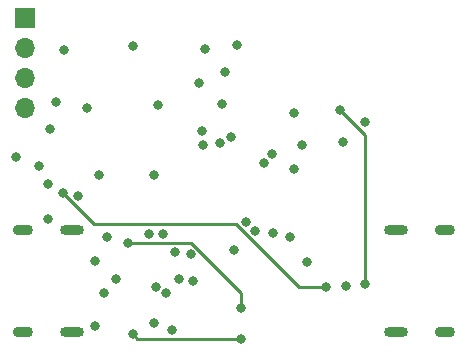
<source format=gbr>
%TF.GenerationSoftware,KiCad,Pcbnew,(6.0.7)*%
%TF.CreationDate,2025-06-10T03:22:09+09:00*%
%TF.ProjectId,AvatarSense,41766174-6172-4536-956e-73652e6b6963,rev?*%
%TF.SameCoordinates,Original*%
%TF.FileFunction,Copper,L2,Inr*%
%TF.FilePolarity,Positive*%
%FSLAX46Y46*%
G04 Gerber Fmt 4.6, Leading zero omitted, Abs format (unit mm)*
G04 Created by KiCad (PCBNEW (6.0.7)) date 2025-06-10 03:22:09*
%MOMM*%
%LPD*%
G01*
G04 APERTURE LIST*
%TA.AperFunction,ComponentPad*%
%ADD10R,1.700000X1.700000*%
%TD*%
%TA.AperFunction,ComponentPad*%
%ADD11O,1.700000X1.700000*%
%TD*%
%TA.AperFunction,ComponentPad*%
%ADD12O,1.700000X0.900000*%
%TD*%
%TA.AperFunction,ComponentPad*%
%ADD13O,2.000000X0.900000*%
%TD*%
%TA.AperFunction,ViaPad*%
%ADD14C,0.800000*%
%TD*%
%TA.AperFunction,Conductor*%
%ADD15C,0.250000*%
%TD*%
G04 APERTURE END LIST*
D10*
%TO.N,+3V3*%
%TO.C,J1*%
X102275000Y-102200000D03*
D11*
%TO.N,D+*%
X102275000Y-104740000D03*
%TO.N,D-*%
X102275000Y-107280000D03*
%TO.N,BAT-*%
X102275000Y-109820000D03*
%TD*%
D12*
%TO.N,BAT-*%
%TO.C,J3*%
X102135000Y-128820000D03*
D13*
X106305000Y-120180000D03*
D12*
X102135000Y-120180000D03*
D13*
X106305000Y-128820000D03*
%TD*%
D12*
%TO.N,BAT-*%
%TO.C,J2*%
X137865000Y-120180000D03*
D13*
X133695000Y-120180000D03*
X133695000Y-128820000D03*
D12*
X137865000Y-128820000D03*
%TD*%
D14*
%TO.N,+3V3*%
X121750000Y-120250000D03*
X108250000Y-122750000D03*
X116347000Y-122229000D03*
X119248000Y-106778000D03*
%TO.N,BAT-*%
X119000000Y-109500000D03*
X111450000Y-104558000D03*
X117554000Y-104830000D03*
X120250000Y-104500000D03*
%TO.N,RST*%
X108250000Y-128250000D03*
X111450000Y-129000000D03*
X120625000Y-129375000D03*
%TO.N,BAT+*%
X131125000Y-111000000D03*
X129500000Y-124875000D03*
%TO.N,+5V*%
X120625000Y-126750000D03*
X111000000Y-121250000D03*
%TO.N,Net-(JP1-Pad1)*%
X118799500Y-112750000D03*
X117350000Y-113000000D03*
%TO.N,DTR*%
X104250000Y-116253000D03*
%TO.N,RTS*%
X114750000Y-128629500D03*
X107564061Y-109809647D03*
X113416000Y-124941000D03*
%TO.N,GPIO0*%
X113249000Y-128016000D03*
X114000000Y-120500000D03*
X116488000Y-124512000D03*
%TO.N,Net-(R2-Pad1)*%
X129200000Y-112746000D03*
%TO.N,TX*%
X105607000Y-104937000D03*
X104250000Y-119250000D03*
%TO.N,Net-(R4-Pad2)*%
X105500000Y-117000000D03*
X104390000Y-111625000D03*
X127750000Y-125000000D03*
%TO.N,Net-(R5-Pad1)*%
X109250000Y-120750000D03*
X114233000Y-125517000D03*
X104893000Y-109311000D03*
X112806926Y-120525500D03*
X115298000Y-124326000D03*
X103500000Y-114750000D03*
%TO.N,Net-(R14-Pad1)*%
X120000000Y-121818000D03*
X115000000Y-122000000D03*
X122500000Y-114500000D03*
X121000000Y-119500000D03*
%TO.N,SCL*%
X123250000Y-113750000D03*
X109000000Y-125500000D03*
X126160000Y-122868000D03*
X110000000Y-124326000D03*
X123262000Y-120373000D03*
%TO.N,SDA*%
X113579000Y-109553000D03*
X106750000Y-117250000D03*
X125781000Y-113000000D03*
X119750000Y-112250000D03*
X117250000Y-111750000D03*
X124750000Y-120750000D03*
X117000000Y-107750000D03*
X113250000Y-115500000D03*
%TO.N,D-*%
X101523000Y-113937000D03*
X108575000Y-115528000D03*
%TO.N,+1V8*%
X125056000Y-110250000D03*
X125056000Y-115000000D03*
%TO.N,Net-(SW1-Pad1)*%
X131125000Y-124750000D03*
X129000000Y-110000000D03*
%TD*%
D15*
%TO.N,RST*%
X120604500Y-129354500D02*
X111804500Y-129354500D01*
X111804500Y-129354500D02*
X111450000Y-129000000D01*
X120625000Y-129375000D02*
X120604500Y-129354500D01*
%TO.N,+5V*%
X120625000Y-126750000D02*
X120625000Y-125481695D01*
X120625000Y-125481695D02*
X116393305Y-121250000D01*
X116393305Y-121250000D02*
X111000000Y-121250000D01*
%TO.N,Net-(R4-Pad2)*%
X127750000Y-125000000D02*
X125474695Y-125000000D01*
X105500000Y-117025305D02*
X105500000Y-117000000D01*
X108121695Y-119647000D02*
X105500000Y-117025305D01*
X120121695Y-119647000D02*
X108121695Y-119647000D01*
X125474695Y-125000000D02*
X120121695Y-119647000D01*
%TO.N,Net-(SW1-Pad1)*%
X131125000Y-112125000D02*
X129000000Y-110000000D01*
X131125000Y-124750000D02*
X131125000Y-112125000D01*
%TD*%
M02*

</source>
